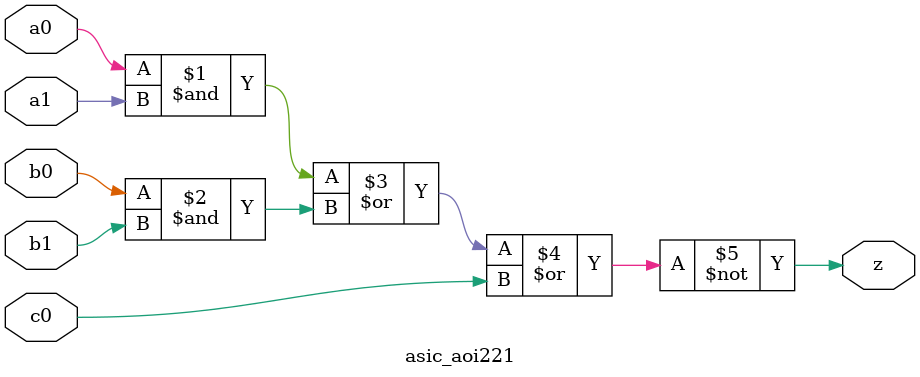
<source format=v>

module asic_aoi221
  (
   input  a0,
   input  a1,
   input  b0,
   input  b1,
   input  c0,
   output z
   );

   assign z = ~((a0 & a1) | (b0 & b1) | c0);

endmodule

</source>
